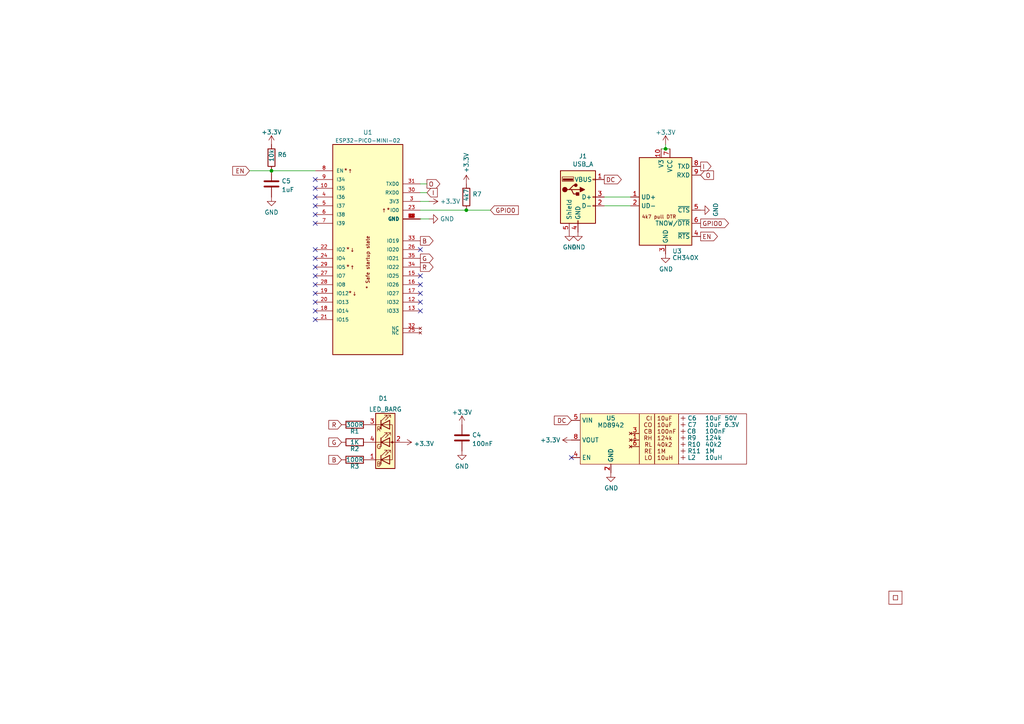
<source format=kicad_sch>
(kicad_sch (version 20230121) (generator eeschema)
  (paper "A4")
  (title_block (title "Generic ESP32 USB-A") (date "${DATE}") (rev "1") (comment 1 "@TheRealRevK") (comment 2 "www.me.uk"))
  (lib_symbols
    (symbol "Connector:USB_A" (pin_names (offset 1.016))
      (property "Reference" "J" (at -5.08 11.43 0))
      (property "Value" "USB_A" (at -5.08 8.89 0))
      (symbol "USB_A_0_1"
        (rectangle (start -5.08 -7.62) (end 5.08 7.62) (stroke (width 0.254)) (fill (type background)))
        (circle (center -3.81 2.159) (radius 0.635) (stroke (width 0.254)) (fill (type outline)))
        (rectangle (start -1.524 4.826) (end -4.318 5.334) (fill (type outline)))
        (rectangle (start -1.27 4.572) (end -4.572 5.842))
        (circle (center -0.635 3.429) (radius 0.381) (stroke (width 0.254)) (fill (type outline)))
        (rectangle (start -0.127 -7.62) (end 0.127 -6.858))
        (polyline (pts (xy -3.175 2.159) (xy -2.54 2.159) (xy -1.27 3.429) (xy -0.635 3.429)) (stroke (width 0.254)))
        (polyline (pts (xy -2.54 2.159) (xy -1.905 2.159) (xy -1.27 0.889) (xy 0 0.889)) (stroke (width 0.254)))
        (polyline (pts (xy 0.635 2.794) (xy 0.635 1.524) (xy 1.905 2.159) (xy 0.635 2.794)) (stroke (width 0.254)) (fill (type outline)))
        (rectangle (start 0.254 1.27) (end -0.508 0.508) (stroke (width 0.254)) (fill (type outline)))
        (rectangle (start 5.08 -2.667) (end 4.318 -2.413))
        (rectangle (start 5.08 -0.127) (end 4.318 0.127))
        (rectangle (start 5.08 4.953) (end 4.318 5.207))
      )
      (symbol "USB_A_1_1"
        (polyline (pts (xy -1.905 2.159) (xy 0.635 2.159)) (stroke (width 0.254)))
        (pin power_in line (at 7.62 5.08 180) (length 2.54) (name "VBUS") (number "1"))
        (pin bidirectional line (at 7.62 -2.54 180) (length 2.54) (name "D-") (number "2"))
        (pin bidirectional line (at 7.62 0 180) (length 2.54) (name "D+") (number "3"))
        (pin power_in line (at 0 -10.16 90) (length 2.54) (name "GND") (number "4"))
        (pin passive line (at -2.54 -10.16 90) (length 2.54) (name "Shield") (number "5"))
      )
    )
    (symbol "Device:C" (pin_numbers hide) (pin_names (offset 0.254))
      (property "Reference" "C" (at 0.635 2.54 0))
      (property "Value" "C" (at 0.635 -2.54 0))
      (symbol "C_0_1"
        (polyline (pts (xy -2.032 -0.762) (xy 2.032 -0.762)) (stroke (width 0.508)))
        (polyline (pts (xy -2.032 0.762) (xy 2.032 0.762)) (stroke (width 0.508)))
      )
      (symbol "C_1_1"
        (pin passive line (at 0 3.81 270) (length 2.794) (name "~") (number "1"))
        (pin passive line (at 0 -3.81 90) (length 2.794) (name "~") (number "2"))
      )
    )
    (symbol "Device:LED_BARG" (pin_names (offset 0) hide)
      (property "Reference" "D" (at 0 9.398 0))
      (property "Value" "LED_BARG" (at 0 -8.89 0))
      (symbol "LED_BARG_0_0"
        (text "B" (at -1.905 -6.35 0) (effects (font (size 1.27 1.27))))
        (text "G" (at -1.905 -1.27 0) (effects (font (size 1.27 1.27))))
        (text "R" (at -1.905 3.81 0) (effects (font (size 1.27 1.27))))
      )
      (symbol "LED_BARG_0_1"
        (polyline (pts (xy -1.27 -5.08) (xy -2.54 -5.08)))
        (polyline (pts (xy -1.27 -5.08) (xy 1.27 -5.08)))
        (polyline (pts (xy -1.27 -3.81) (xy -1.27 -6.35)) (stroke (width 0.254)))
        (polyline (pts (xy -1.27 0) (xy -2.54 0)))
        (polyline (pts (xy -1.27 1.27) (xy -1.27 -1.27)) (stroke (width 0.254)))
        (polyline (pts (xy -1.27 5.08) (xy -2.54 5.08)))
        (polyline (pts (xy -1.27 5.08) (xy 1.27 5.08)))
        (polyline (pts (xy -1.27 6.35) (xy -1.27 3.81)) (stroke (width 0.254)))
        (polyline (pts (xy 1.27 0) (xy -1.27 0)))
        (polyline (pts (xy 1.27 0) (xy 2.54 0)))
        (polyline (pts (xy -1.27 1.27) (xy -1.27 -1.27) (xy -1.27 -1.27)))
        (polyline (pts (xy -1.27 6.35) (xy -1.27 3.81) (xy -1.27 3.81)))
        (polyline (pts (xy 1.27 -5.08) (xy 2.032 -5.08) (xy 2.032 5.08) (xy 1.27 5.08)))
        (polyline (pts (xy 1.27 -3.81) (xy 1.27 -6.35) (xy -1.27 -5.08) (xy 1.27 -3.81)) (stroke (width 0.254)))
        (polyline (pts (xy 1.27 1.27) (xy 1.27 -1.27) (xy -1.27 0) (xy 1.27 1.27)) (stroke (width 0.254)))
        (polyline (pts (xy 1.27 6.35) (xy 1.27 3.81) (xy -1.27 5.08) (xy 1.27 6.35)) (stroke (width 0.254)))
        (polyline (pts (xy -1.016 -3.81) (xy 0.508 -2.286) (xy -0.254 -2.286) (xy 0.508 -2.286) (xy 0.508 -3.048)))
        (polyline (pts (xy -1.016 1.27) (xy 0.508 2.794) (xy -0.254 2.794) (xy 0.508 2.794) (xy 0.508 2.032)))
        (polyline (pts (xy -1.016 6.35) (xy 0.508 7.874) (xy -0.254 7.874) (xy 0.508 7.874) (xy 0.508 7.112)))
        (polyline (pts (xy 0 -3.81) (xy 1.524 -2.286) (xy 0.762 -2.286) (xy 1.524 -2.286) (xy 1.524 -3.048)))
        (polyline (pts (xy 0 1.27) (xy 1.524 2.794) (xy 0.762 2.794) (xy 1.524 2.794) (xy 1.524 2.032)))
        (polyline (pts (xy 0 6.35) (xy 1.524 7.874) (xy 0.762 7.874) (xy 1.524 7.874) (xy 1.524 7.112)))
        (rectangle (start 1.27 -1.27) (end 1.27 1.27))
        (rectangle (start 1.27 1.27) (end 1.27 1.27))
        (rectangle (start 1.27 3.81) (end 1.27 6.35))
        (rectangle (start 1.27 6.35) (end 1.27 6.35))
        (circle (center 2.032 0) (radius 0.254) (fill (type outline)))
        (rectangle (start 2.794 8.382) (end -2.794 -7.62) (stroke (width 0.254)) (fill (type background)))
      )
      (symbol "LED_BARG_1_1"
        (pin passive line (at -5.08 -5.08 0) (length 2.54) (name "BK") (number "1"))
        (pin passive line (at 5.08 0 180) (length 2.54) (name "A") (number "2"))
        (pin passive line (at -5.08 5.08 0) (length 2.54) (name "RK") (number "3"))
        (pin passive line (at -5.08 0 0) (length 2.54) (name "GK") (number "4"))
      )
    )
    (symbol "Device:R" (pin_numbers hide) (pin_names (offset 0))
      (property "Reference" "R" (at 2.032 0 90))
      (property "Value" "R" (at 0 0 90))
      (symbol "R_0_1"
        (rectangle (start -1.016 -2.54) (end 1.016 2.54) (stroke (width 0.254)))
      )
      (symbol "R_1_1"
        (pin passive line (at 0 3.81 270) (length 1.27) (name "~") (number "1"))
        (pin passive line (at 0 -3.81 90) (length 1.27) (name "~") (number "2"))
      )
    )
    (symbol "RevK:CH340X"
      (property "Reference" "U" (at -5.08 13.97 0))
      (property "Value" "CH340X" (at -3.81 4.445 0))
      (symbol "CH340X_0_1"
        (rectangle (start -7.62 12.7) (end 7.62 -12.7) (stroke (width 0.254)) (fill (type background)))
      )
      (symbol "CH340X_1_1"
        (text "4k7 pull DTR" (at -1.905 -4.445 0) (effects (font (size 1 1))))
        (pin bidirectional line (at -10.16 1.27 0) (length 2.54) (name "UD+") (number "1"))
        (pin passive line (at -1.27 15.24 270) (length 2.54) (name "V3") (number "10"))
        (pin bidirectional line (at -10.16 -1.27 0) (length 2.54) (name "UD-") (number "2"))
        (pin power_in line (at 0 -15.24 90) (length 2.54) (name "GND") (number "3"))
        (pin output line (at 10.16 -10.16 180) (length 2.54) (name "~{RTS}") (number "4"))
        (pin input line (at 10.16 -2.54 180) (length 2.54) (name "~{CTS}") (number "5"))
        (pin output line (at 10.16 -6.35 180) (length 2.54) (name "TNOW/~{DTR}") (number "6"))
        (pin power_in line (at 1.27 15.24 270) (length 2.54) (name "VCC") (number "7"))
        (pin output line (at 10.16 10.16 180) (length 2.54) (name "TXD") (number "8"))
        (pin input line (at 10.16 7.62 180) (length 2.54) (name "RXD") (number "9"))
      )
    )
    (symbol "RevK:ESP32-PICO-MINI-02" (pin_names (offset 1.016))
      (property "Reference" "U" (at -10.16 -33.02 0))
      (property "Value" "ESP32-PICO-MINI-02" (at 0 27.94 0))
      (symbol "ESP32-PICO-MINI-02_0_0"
        (rectangle (start -10.16 -30.48) (end 10.16 30.48) (stroke (width 0.254)) (fill (type background)))
        (text "* Safe startup state" (at 0 -11.43 900) (effects (font (size 1 1)) (justify left)))
        (text "*↑" (at -6.985 22.86 0) (effects (font (size 1.27 1.27)) (justify left)))
        (text "*↑" (at -6.35 -5.08 0) (effects (font (size 1.27 1.27)) (justify left)))
        (text "*↓" (at -6.35 0 0) (effects (font (size 1.27 1.27)) (justify left)))
        (text "*↓" (at -5.715 -12.7 0) (effects (font (size 1.27 1.27)) (justify left)))
        (text "↑*" (at 3.81 11.43 0) (effects (font (size 1.27 1.27)) (justify left)))
        (pin power_in line (at 15.24 8.89 180) (length 5.08) (name "GND") (number "1"))
        (pin input line (at -15.24 17.78 0) (length 5.08) (name "I35") (number "10"))
        (pin power_in line (at 15.24 8.89 180) (length 5.08) (name "GND") (number "11"))
        (pin bidirectional line (at 15.24 -15.24 180) (length 5.08) (name "IO32") (number "12"))
        (pin bidirectional line (at 15.24 -17.78 180) (length 5.08) (name "IO33") (number "13"))
        (pin power_in line (at 15.24 8.89 180) (length 5.08) (name "GND") (number "14"))
        (pin bidirectional line (at 15.24 -7.62 180) (length 5.08) (name "IO25") (number "15"))
        (pin bidirectional line (at 15.24 -10.16 180) (length 5.08) (name "IO26") (number "16"))
        (pin bidirectional line (at 15.24 -12.7 180) (length 5.08) (name "IO27") (number "17"))
        (pin bidirectional line (at -15.24 -17.78 0) (length 5.08) (name "IO14") (number "18"))
        (pin bidirectional line (at -15.24 -12.7 0) (length 5.08) (name "IO12") (number "19"))
        (pin power_in line (at 15.24 8.89 180) (length 5.08) (name "GND") (number "2"))
        (pin bidirectional line (at -15.24 -15.24 0) (length 5.08) (name "IO13") (number "20"))
        (pin bidirectional line (at -15.24 -20.32 0) (length 5.08) (name "IO15") (number "21"))
        (pin bidirectional line (at -15.24 0 0) (length 5.08) (name "IO2") (number "22"))
        (pin bidirectional line (at 15.24 11.43 180) (length 5.08) (name "IO0") (number "23"))
        (pin bidirectional line (at -15.24 -2.54 0) (length 5.08) (name "IO4") (number "24"))
        (pin no_connect line (at 15.24 -24.13 180) (length 5.08) (name "NC") (number "25"))
        (pin bidirectional line (at 15.24 0 180) (length 5.08) (name "IO20") (number "26"))
        (pin bidirectional line (at -15.24 -7.62 0) (length 5.08) (name "IO7") (number "27"))
        (pin bidirectional line (at -15.24 -10.16 0) (length 5.08) (name "IO8") (number "28"))
        (pin bidirectional line (at -15.24 -5.08 0) (length 5.08) (name "IO5") (number "29"))
        (pin power_in line (at 15.24 13.97 180) (length 5.08) (name "3V3") (number "3"))
        (pin bidirectional line (at 15.24 16.51 180) (length 5.08) (name "RXD0") (number "30"))
        (pin bidirectional line (at 15.24 19.05 180) (length 5.08) (name "TXD0") (number "31"))
        (pin no_connect line (at 15.24 -22.86 180) (length 5.08) (name "NC") (number "32"))
        (pin bidirectional line (at 15.24 2.54 180) (length 5.08) (name "IO19") (number "33"))
        (pin bidirectional line (at 15.24 -5.08 180) (length 5.08) (name "IO22") (number "34"))
        (pin bidirectional line (at 15.24 -2.54 180) (length 5.08) (name "IO21") (number "35"))
        (pin power_in line (at 15.24 8.89 180) (length 5.08) (name "GND") (number "36"))
        (pin power_in line (at 15.24 8.89 180) (length 5.08) (name "GND") (number "37"))
        (pin power_in line (at 15.24 8.89 180) (length 5.08) (name "GND") (number "38"))
        (pin power_in line (at 15.24 8.89 180) (length 5.08) (name "GND") (number "39"))
        (pin input line (at -15.24 15.24 0) (length 5.08) (name "I36") (number "4"))
        (pin power_in line (at 15.24 8.89 180) (length 5.08) (name "GND") (number "40"))
        (pin power_in line (at 15.24 8.89 180) (length 5.08) (name "GND") (number "41"))
        (pin power_in line (at 15.24 8.89 180) (length 5.08) (name "GND") (number "42"))
        (pin power_in line (at 15.24 8.89 180) (length 5.08) (name "GND") (number "43"))
        (pin power_in line (at 15.24 8.89 180) (length 5.08) (name "GND") (number "44"))
        (pin power_in line (at 15.24 8.89 180) (length 5.08) (name "GND") (number "45"))
        (pin power_in line (at 15.24 8.89 180) (length 5.08) (name "GND") (number "46"))
        (pin power_in line (at 15.24 8.89 180) (length 5.08) (name "GND") (number "47"))
        (pin power_in line (at 15.24 8.89 180) (length 5.08) (name "GND") (number "48"))
        (pin power_in line (at 15.24 8.89 180) (length 5.08) (name "GND") (number "49"))
        (pin input line (at -15.24 12.7 0) (length 5.08) (name "I37") (number "5"))
        (pin power_in line (at 15.24 8.89 180) (length 5.08) (name "GND") (number "50"))
        (pin power_in line (at 15.24 8.89 180) (length 5.08) (name "GND") (number "51"))
        (pin power_in line (at 15.24 8.89 180) (length 5.08) (name "GND") (number "52"))
        (pin power_in line (at 15.24 8.89 180) (length 5.08) (name "GND") (number "53"))
        (pin input line (at -15.24 10.16 0) (length 5.08) (name "I38") (number "6"))
        (pin input line (at -15.24 7.62 0) (length 5.08) (name "I39") (number "7"))
        (pin input line (at -15.24 22.86 0) (length 5.08) (name "EN") (number "8"))
        (pin input line (at -15.24 20.32 0) (length 5.08) (name "I34") (number "9"))
      )
    )
    (symbol "RevK:Hidden" (pin_names (offset 1.016))
      (property "Reference" "Z" (at 0.635 0 0))
      (property "Value" "Hidden" (at 4.445 0 0))
      (symbol "Hidden_0_1"
        (polyline (pts (xy -0.635 0) (xy 0.635 0)) (stroke (width 0.1524)))
        (polyline (pts (xy 0 0.635) (xy 0 -0.635)) (stroke (width 0.1524)))
      )
      (symbol "Hidden_1_1"
        (pin no_connect non_logic (at 0 -2.54 90) (length 2.54) hide (name "~") (number "~"))
      )
    )
    (symbol "RevK:MD89420-RegBlock"
      (property "Reference" "U" (at -0.635 4.445 0))
      (property "Value" "MD8942" (at 0 6.35 0))
      (symbol "MD89420-RegBlock_1_1"
        (rectangle (start -8.89 7.62) (end 8.255 -6.985) (fill (type background)))
        (rectangle (start 8.255 7.62) (end 12.7 -6.985) (fill (type background)))
        (rectangle (start 12.7 7.62) (end 19.685 -6.985) (fill (type background)))
        (rectangle (start 19.685 7.62) (end 39.37 -6.985))
        (text "10uF\n10uF\n100nF\n124k\n40k2\n1M\n10uH" (at 13.335 6.985 0) (effects (font (size 1.185 1.185)) (justify left top)))
        (text "CI\nCO\nCB\nRH\nRL\nRE\nLO" (at 12.065 6.985 0) (effects (font (size 1.185 1.185)) (justify right top)))
        (pin no_connect line (at 5.715 0 0) (length 2.54) (name "") (number "1"))
        (pin power_in line (at 0 -9.525 90) (length 2.54) (name "GND") (number "2"))
        (pin no_connect line (at 5.715 1.905 0) (length 2.54) (name "") (number "3"))
        (pin input line (at -11.43 -5.08 0) (length 2.54) (name "EN") (number "4"))
        (pin power_in line (at -11.43 5.715 0) (length 2.54) (name "VIN") (number "5"))
        (pin no_connect line (at 5.715 -1.905 0) (length 2.54) (name "") (number "6"))
        (pin power_in line (at 0 -9.525 90) (length 2.54) (name "GND") (number "7"))
        (pin power_out line (at -11.43 0 0) (length 2.54) (name "VOUT") (number "8"))
      )
    )
    (symbol "RevK:QR" (pin_names (offset 1.016)) (in_bom no)
      (symbol "QR_0_1"
        (rectangle (start -1.905 -1.905) (end -1.905 1.905))
        (rectangle (start -1.905 1.905) (end 1.905 1.905))
        (rectangle (start -0.635 -0.635) (end -0.635 0.635))
        (rectangle (start -0.635 0.635) (end 0.635 0.635))
        (rectangle (start 0.635 -0.635) (end -0.635 -0.635))
        (rectangle (start 0.635 0.635) (end 0.635 -0.635))
        (rectangle (start 1.905 -1.905) (end -1.905 -1.905))
        (rectangle (start 1.905 1.905) (end 1.905 -1.905))
      )
    )
    (symbol "power:+3.3V" (power) (pin_names (offset 0))
      (property "Value" "+3.3V" (at 0 3.556 0))
      (symbol "+3.3V_0_1"
        (polyline (pts (xy -0.762 1.27) (xy 0 2.54)))
        (polyline (pts (xy 0 0) (xy 0 2.54)))
        (polyline (pts (xy 0 2.54) (xy 0.762 1.27)))
      )
      (symbol "+3.3V_1_1"
        (pin power_in line (at 0 0 90) (length 0) hide (name "+3.3V") (number "1"))
      )
    )
    (symbol "power:GND" (power) (pin_names (offset 0))
      (property "Value" "GND" (at 0 -3.81 0))
      (symbol "GND_0_1"
        (polyline (pts (xy 0 0) (xy 0 -1.27) (xy 1.27 -1.27) (xy 0 -2.54) (xy -1.27 -1.27) (xy 0 -1.27)))
      )
      (symbol "GND_1_1"
        (pin power_in line (at 0 0 270) (length 0) hide (name "GND") (number "1"))
      )
    )
  )
  (junction (at 193.04 43.18))
  (junction (at 135.255 60.96))
  (junction (at 78.74 49.53))
  (no_connect (at 121.92 80.01))
  (no_connect (at 91.44 90.17))
  (no_connect (at 91.44 87.63))
  (no_connect (at 91.44 92.71))
  (no_connect (at 91.44 77.47))
  (no_connect (at 91.44 74.93))
  (no_connect (at 121.92 87.63))
  (no_connect (at 165.735 132.715))
  (no_connect (at 91.44 82.55))
  (no_connect (at 91.44 52.07))
  (no_connect (at 91.44 59.69))
  (no_connect (at 91.44 62.23))
  (no_connect (at 91.44 64.77))
  (no_connect (at 91.44 80.01))
  (no_connect (at 121.92 85.09))
  (no_connect (at 121.92 82.55))
  (no_connect (at 121.92 90.17))
  (no_connect (at 91.44 54.61))
  (no_connect (at 91.44 85.09))
  (no_connect (at 91.44 57.15))
  (no_connect (at 121.92 72.39))
  (no_connect (at 91.44 72.39))
  (wire (pts (xy 121.92 60.96) (xy 135.255 60.96)))
  (wire (pts (xy 121.92 63.5) (xy 124.46 63.5)))
  (wire (pts (xy 121.92 58.42) (xy 124.46 58.42)))
  (wire (pts (xy 135.255 60.96) (xy 142.24 60.96)))
  (wire (pts (xy 78.74 49.53) (xy 91.44 49.53)))
  (wire (pts (xy 72.39 49.53) (xy 78.74 49.53)))
  (wire (pts (xy 191.77 43.18) (xy 193.04 43.18)))
  (wire (pts (xy 121.92 53.34) (xy 123.825 53.34)))
  (wire (pts (xy 193.04 43.18) (xy 194.31 43.18)))
  (wire (pts (xy 121.92 55.88) (xy 123.825 55.88)))
  (wire (pts (xy 175.26 57.15) (xy 182.88 57.15)))
  (wire (pts (xy 175.26 59.69) (xy 182.88 59.69)))
  (wire (pts (xy 193.04 41.91) (xy 193.04 43.18)))
  (global_label "I" (shape output) (at 203.2 48.26 0) (property "Intersheetrefs" "${INTERSHEET_REFS}" (effects hide)))
  (global_label "G" (shape input) (at 99.06 128.27 180) (property "Intersheetrefs" "${INTERSHEET_REFS}" (effects hide)))
  (global_label "G" (shape output) (at 121.92 74.93 0) (property "Intersheetrefs" "${INTERSHEET_REFS}" (effects hide)))
  (global_label "GPIO0" (shape output) (at 203.2 64.77 0) (property "Intersheetrefs" "${INTERSHEET_REFS}" (effects hide)))
  (global_label "EN" (shape output) (at 203.2 68.58 0) (property "Intersheetrefs" "${INTERSHEET_REFS}" (effects hide)))
  (global_label "EN" (shape input) (at 72.39 49.53 180) (property "Intersheetrefs" "${INTERSHEET_REFS}" (effects hide)))
  (global_label "DC" (shape input) (at 165.735 121.92 180) (property "Intersheetrefs" "${INTERSHEET_REFS}" (effects hide)))
  (global_label "R" (shape output) (at 121.92 77.47 0) (property "Intersheetrefs" "${INTERSHEET_REFS}" (effects hide)))
  (global_label "R" (shape input) (at 99.06 123.19 180) (property "Intersheetrefs" "${INTERSHEET_REFS}" (effects hide)))
  (global_label "O" (shape output) (at 123.825 53.34 0) (property "Intersheetrefs" "${INTERSHEET_REFS}" (effects hide)))
  (global_label "O" (shape input) (at 203.2 50.8 0) (property "Intersheetrefs" "${INTERSHEET_REFS}" (effects hide)))
  (global_label "GPIO0" (shape input) (at 142.24 60.96 0) (property "Intersheetrefs" "${INTERSHEET_REFS}" (effects hide)))
  (global_label "DC" (shape output) (at 175.26 52.07 0) (property "Intersheetrefs" "${INTERSHEET_REFS}" (effects hide)))
  (global_label "B" (shape input) (at 99.06 133.35 180) (property "Intersheetrefs" "${INTERSHEET_REFS}" (effects hide)))
  (global_label "B" (shape output) (at 121.92 69.85 0) (property "Intersheetrefs" "${INTERSHEET_REFS}" (effects hide)))
  (global_label "I" (shape input) (at 123.825 55.88 0) (property "Intersheetrefs" "${INTERSHEET_REFS}" (effects hide)))
  (symbol (lib_id "Connector:USB_A") (at 167.64 57.15 0) (unit 1) (in_bom no)
    (property "Reference" "J1" (at 169.0878 45.2882 0))
    (property "Value" "USB_A" (at 169.0878 47.5996 0))
    (property "Footprint" "RevK:USB-A-PCB" (effects hide))
    (property "Datasheet" " ~" (effects hide))
  )
  (symbol (lib_id "power:GND") (at 165.1 67.31 0) (unit 1)
    (property "Reference" "#PWR06" (effects hide))
    (property "Value" "GND" (at 165.227 71.7042 0))
  )
  (symbol (lib_id "power:GND") (at 167.64 67.31 0) (unit 1)
    (property "Reference" "#PWR07" (effects hide))
    (property "Value" "GND" (at 167.767 71.7042 0))
  )
  (symbol (lib_id "RevK:QR") (at 259.715 173.355 0) (unit 1) (in_bom no)
    (property "Reference" "U4" (effects hide))
    (property "Value" "QR" (effects hide))
    (property "Footprint" "RevK:QR-GENERIC" (effects hide))
    (property "Note" "Non part, PCB printed" (effects hide))
  )
  (symbol (lib_id "RevK:Hidden") (at 198.12 123.19 0) (unit 1)
    (property "Reference" "C7" (at 199.39 123.19 0) (effects (justify left)))
    (property "Value" "10uF 6.3V" (at 204.47 123.19 0) (effects (justify left)))
    (property "Footprint" "RevK:C_0603_" (effects hide))
    (property "LCSC Part #" "C1691" (effects hide))
  )
  (symbol (lib_id "power:+3.3V") (at 135.255 53.34 0) (unit 1)
    (property "Reference" "#PWR04" (effects hide))
    (property "Value" "+3.3V" (at 135.255 50.165 90) (effects (justify left)))
  )
  (symbol (lib_id "RevK:MD89420-RegBlock") (at 177.165 127.635 0) (unit 1)
    (property "Reference" "U5" (at 177.165 121.285 0))
    (property "Value" "MD8942" (at 177.165 123.333 0))
    (property "Footprint" "RevK:SOT-23-6-MD8942" (effects hide))
    (property "Datasheet" "https://datasheet.lcsc.com/lcsc/2101111937_Shanghai-Mingda-Microelectronics-MD8942_C2684786.pdf" (effects hide))
    (property "LCSC Part #" "C2684786" (effects hide))
  )
  (symbol (lib_id "Device:LED_BARG") (at 111.76 128.27 0) (unit 1)
    (property "Reference" "D1" (at 111.125 115.5532 0))
    (property "Value" "LED_BARG" (at 111.76 118.7251 0))
    (property "Footprint" "RevK:MHS190RGBCT" (effects hide))
    (property "LCSC Part #" "C409798" (effects hide))
  )
  (symbol (lib_id "RevK:Hidden") (at 198.12 121.285 0) (unit 1)
    (property "Reference" "C6" (at 199.39 121.285 0) (effects (justify left)))
    (property "Value" "10uF 50V" (at 204.47 121.285 0) (effects (justify left)))
    (property "Footprint" "RevK:C_0603_" (effects hide))
    (property "LCSC Part #" "C1591" (effects hide))
  )
  (symbol (lib_id "Device:R") (at 135.255 57.15 0) (unit 1)
    (property "Reference" "R7" (at 137.033 56.3153 0) (effects (justify left)))
    (property "Value" "4k7" (at 135.255 58.42 90) (effects (justify left)))
    (property "Footprint" "RevK:R_0402" (effects hide))
  )
  (symbol (lib_id "power:+3.3V") (at 133.985 123.19 0) (unit 1)
    (property "Reference" "#PWR0106" (effects hide))
    (property "Value" "+3.3V" (at 133.985 119.6142 0))
  )
  (symbol (lib_id "power:+3.3V") (at 116.84 128.27 270) (unit 1)
    (property "Reference" "#PWR0108" (effects hide))
    (property "Value" "+3.3V" (at 120.015 128.7038 90) (effects (justify left)))
  )
  (symbol (lib_id "Device:R") (at 102.87 133.35 270) (unit 1)
    (property "Reference" "R3" (at 102.87 135.255 90))
    (property "Value" "100R" (at 102.87 133.35 90))
    (property "Footprint" "RevK:R_0402" (effects hide))
  )
  (symbol (lib_id "power:+3.3V") (at 165.735 127.635 90) (unit 1)
    (property "Reference" "#PWR09" (effects hide))
    (property "Value" "+3.3V" (at 162.56 127.635 90) (effects (justify left)))
  )
  (symbol (lib_id "RevK:CH340X") (at 193.04 58.42 0) (unit 1)
    (property "Reference" "U3" (at 194.9959 72.8425 0) (effects (justify left)))
    (property "Value" "CH340X" (at 194.9959 74.7635 0) (effects (justify left)))
    (property "Footprint" "RevK:CH340X" (effects hide))
    (property "Datasheet" "https://www.mpja.com/download/35227cpdata.pdf" (effects hide))
    (property "LCSC Part #" "C3035748" (effects hide))
    (property "JLCPCB Rotation Offset" "-90" (effects hide))
  )
  (symbol (lib_id "Device:R") (at 78.74 45.72 0) (unit 1)
    (property "Reference" "R6" (at 80.518 44.8853 0) (effects (justify left)))
    (property "Value" "10k" (at 78.74 46.99 90) (effects (justify left)))
    (property "Footprint" "RevK:R_0402" (effects hide))
  )
  (symbol (lib_id "power:GND") (at 193.04 73.66 0) (unit 1)
    (property "Reference" "#PWR01" (effects hide))
    (property "Value" "GND" (at 193.167 78.0542 0))
  )
  (symbol (lib_id "power:+3.3V") (at 78.74 41.91 0) (unit 1)
    (property "Reference" "#PWR0103" (effects hide))
    (property "Value" "+3.3V" (at 78.74 38.3342 0))
  )
  (symbol (lib_id "power:GND") (at 124.46 63.5 90) (unit 1)
    (property "Reference" "#PWR0102" (effects hide))
    (property "Value" "GND" (at 127.635 63.5 90) (effects (justify right)))
  )
  (symbol (lib_id "RevK:Hidden") (at 198.12 130.81 0) (unit 1)
    (property "Reference" "R11" (at 199.39 130.81 0) (effects (justify left)))
    (property "Value" "1M" (at 204.47 130.81 0) (effects (justify left)))
    (property "Footprint" "RevK:R_0402_" (effects hide))
  )
  (symbol (lib_id "RevK:ESP32-PICO-MINI-02") (at 106.68 72.39 0) (unit 1)
    (property "Reference" "U1" (at 106.68 38.3998 0))
    (property "Value" "ESP32-PICO-MINI-02" (at 106.68 40.7839 0) (effects (font (size 1.1 1.1))))
    (property "Footprint" "RevK:ESP32-PICO-MINI-02" (effects hide))
    (property "MANUFACTURER" "Espressif" (effects hide))
    (property "MAXIMUM_PACKAGE_HEIGHT" "2.55mm" (effects hide))
    (property "PARTREV" "v1.0" (effects hide))
    (property "STANDARD" "Manufacturer Recommendations" (effects hide))
    (property "LCSC Part #" "C2980306" (effects hide))
  )
  (symbol (lib_id "power:+3.3V") (at 193.04 41.91 0) (unit 1)
    (property "Reference" "#PWR03" (effects hide))
    (property "Value" "+3.3V" (at 193.04 38.4081 0))
  )
  (symbol (lib_id "power:GND") (at 203.2 60.96 90) (unit 1)
    (property "Reference" "#PWR02" (effects hide))
    (property "Value" "GND" (at 207.5942 60.833 0))
  )
  (symbol (lib_id "RevK:Hidden") (at 198.12 127 0) (unit 1)
    (property "Reference" "R9" (at 200.66 127 0))
    (property "Value" "124k" (at 204.47 127 0) (effects (justify left)))
    (property "Footprint" "RevK:R_0402_" (effects hide))
  )
  (symbol (lib_id "Device:R") (at 102.87 123.19 270) (unit 1)
    (property "Reference" "R1" (at 102.87 125.095 90))
    (property "Value" "300R" (at 102.87 123.19 90))
    (property "Footprint" "RevK:R_0402" (effects hide))
  )
  (symbol (lib_id "power:GND") (at 133.985 130.81 0) (unit 1)
    (property "Reference" "#PWR0105" (effects hide))
    (property "Value" "GND" (at 133.985 135.2534 0))
  )
  (symbol (lib_id "Device:C") (at 78.74 53.34 180) (unit 1)
    (property "Reference" "C5" (at 81.661 52.5053 0) (effects (justify right)))
    (property "Value" "1uF" (at 81.661 55.0422 0) (effects (justify right)))
    (property "Footprint" "RevK:C_0402" (effects hide))
  )
  (symbol (lib_id "Device:C") (at 133.985 127 0) (unit 1)
    (property "Reference" "C4" (at 136.906 126.1653 0) (effects (justify left)))
    (property "Value" "100nF" (at 136.906 128.7022 0) (effects (justify left)))
    (property "Footprint" "RevK:C_0402" (effects hide))
  )
  (symbol (lib_id "RevK:Hidden") (at 198.12 132.715 90) (unit 1)
    (property "Reference" "L2" (at 199.39 132.715 90) (effects (justify right)))
    (property "Value" "10uH" (at 204.47 132.715 90) (effects (justify right)))
    (property "Footprint" "RevK:L_4x4_" (effects hide))
  )
  (symbol (lib_id "Device:R") (at 102.87 128.27 270) (unit 1)
    (property "Reference" "R2" (at 102.87 130.175 90))
    (property "Value" "1K" (at 102.87 128.27 90))
    (property "Footprint" "RevK:R_0402" (effects hide))
  )
  (symbol (lib_id "power:GND") (at 78.74 57.15 0) (unit 1)
    (property "Reference" "#PWR0110" (effects hide))
    (property "Value" "GND" (at 78.74 61.5934 0))
  )
  (symbol (lib_id "power:GND") (at 177.165 137.16 0) (unit 1)
    (property "Reference" "#PWR010" (effects hide))
    (property "Value" "GND" (at 177.292 141.5542 0))
  )
  (symbol (lib_id "power:+3.3V") (at 124.46 58.42 270) (unit 1)
    (property "Reference" "#PWR0101" (effects hide))
    (property "Value" "+3.3V" (at 127.635 58.42 90) (effects (justify left)))
  )
  (symbol (lib_id "RevK:Hidden") (at 198.12 128.905 270) (unit 1)
    (property "Reference" "R10" (at 201.295 128.905 90))
    (property "Value" "40k2" (at 204.47 128.905 90) (effects (justify left)))
    (property "Footprint" "RevK:R_0402_" (effects hide))
  )
  (symbol (lib_id "RevK:Hidden") (at 198.12 125.095 90) (unit 1)
    (property "Reference" "C8" (at 201.93 125.095 90) (effects (justify left)))
    (property "Value" "100nF" (at 204.47 125.095 90) (effects (justify right)))
    (property "Footprint" "RevK:C_0603_" (effects hide))
  )
)
</source>
